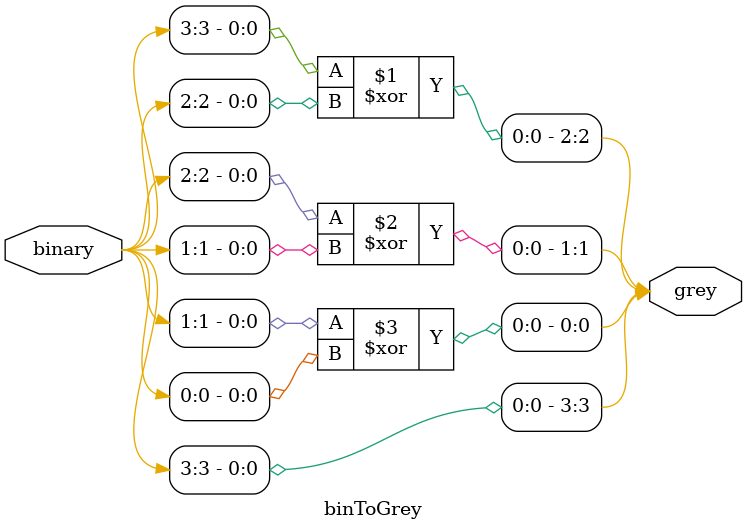
<source format=sv>
module binToGrey (input logic[3:0] binary,
		  output logic[3:0] grey);

assign grey[3] = binary[3];
assign grey[2] = binary[3] ^ binary[2];
assign grey[1] = binary[2] ^ binary[1];
assign grey[0] = binary[1] ^ binary[0];

endmodule
</source>
